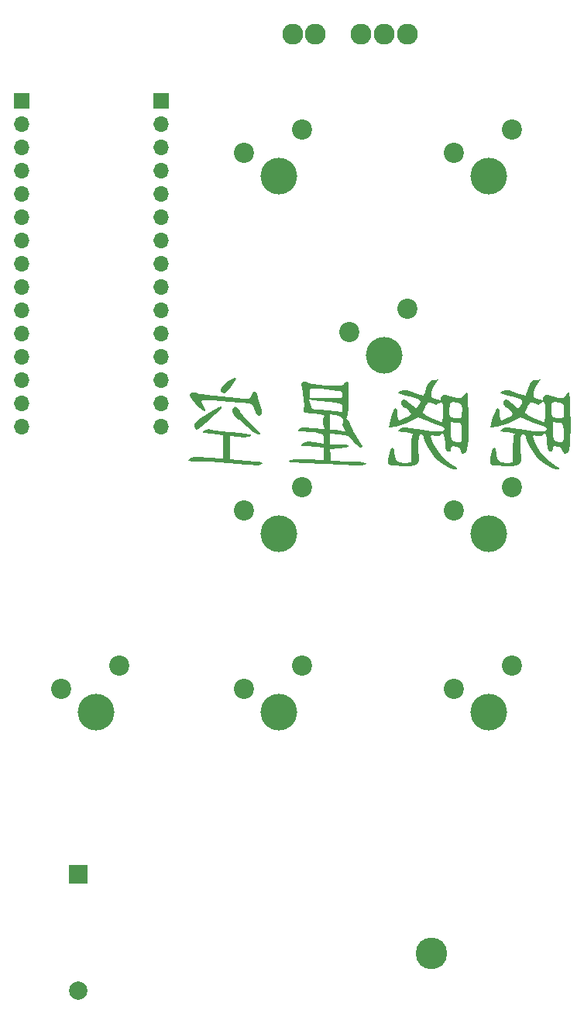
<source format=gbr>
%TF.GenerationSoftware,KiCad,Pcbnew,(6.0.9)*%
%TF.CreationDate,2023-01-10T14:41:22+08:00*%
%TF.ProjectId,keyboard-nano,6b657962-6f61-4726-942d-6e616e6f2e6b,rev?*%
%TF.SameCoordinates,Original*%
%TF.FileFunction,Soldermask,Bot*%
%TF.FilePolarity,Negative*%
%FSLAX46Y46*%
G04 Gerber Fmt 4.6, Leading zero omitted, Abs format (unit mm)*
G04 Created by KiCad (PCBNEW (6.0.9)) date 2023-01-10 14:41:22*
%MOMM*%
%LPD*%
G01*
G04 APERTURE LIST*
%ADD10C,4.000000*%
%ADD11C,2.200000*%
%ADD12C,2.286000*%
%ADD13C,3.450000*%
%ADD14R,2.000000X2.000000*%
%ADD15C,2.000000*%
%ADD16R,1.700000X1.700000*%
%ADD17O,1.700000X1.700000*%
G04 APERTURE END LIST*
%TO.C,G\u002A\u002A\u002A*%
G36*
X162183535Y-87332911D02*
G01*
X162108775Y-87802501D01*
X161992533Y-88086287D01*
X161827404Y-88225975D01*
X161605984Y-88263270D01*
X161473454Y-88207331D01*
X161369565Y-87940043D01*
X161298572Y-87724543D01*
X160983417Y-87513332D01*
X160910904Y-87494122D01*
X160531641Y-87421241D01*
X160372286Y-87498267D01*
X160339836Y-87760989D01*
X160285183Y-87996998D01*
X160039498Y-88059659D01*
X160012213Y-88053483D01*
X159840994Y-87925338D01*
X159741284Y-87605035D01*
X159687690Y-87017345D01*
X159659089Y-86652093D01*
X159561396Y-86178151D01*
X159411709Y-86032482D01*
X159213609Y-86221100D01*
X159000161Y-86325540D01*
X158584351Y-86307510D01*
X158255036Y-86259525D01*
X158133033Y-86353348D01*
X158185264Y-86676369D01*
X158429470Y-87289482D01*
X158927109Y-88049042D01*
X159581270Y-88774401D01*
X160312091Y-89364616D01*
X160696091Y-89624089D01*
X160974298Y-89844786D01*
X161008008Y-89951624D01*
X160826398Y-89979486D01*
X160674816Y-89960215D01*
X160175991Y-89773659D01*
X159577319Y-89440033D01*
X158984342Y-89022675D01*
X158502600Y-88584922D01*
X158426451Y-88497192D01*
X158113095Y-88064645D01*
X157797962Y-87544025D01*
X157530200Y-87028000D01*
X157358957Y-86609237D01*
X157333383Y-86380406D01*
X157342653Y-86297444D01*
X157165599Y-86142040D01*
X156957851Y-86172006D01*
X156804333Y-86497987D01*
X156746935Y-87115393D01*
X156790017Y-88002620D01*
X156826229Y-88455436D01*
X156817040Y-89014078D01*
X156675226Y-89362940D01*
X156348458Y-89546998D01*
X155784408Y-89611227D01*
X154930746Y-89600601D01*
X154381752Y-89585586D01*
X153846181Y-89555083D01*
X153555750Y-89461591D01*
X153453784Y-89246828D01*
X153483607Y-88852513D01*
X153588544Y-88220364D01*
X153601854Y-88144392D01*
X153753990Y-87699218D01*
X153939165Y-87568711D01*
X154095585Y-87750511D01*
X154161457Y-88242256D01*
X154171721Y-88484461D01*
X154323909Y-88981220D01*
X154689355Y-89228311D01*
X155307926Y-89261168D01*
X155963484Y-89207189D01*
X155963484Y-87705238D01*
X155965180Y-87474520D01*
X155993961Y-86807204D01*
X156052943Y-86358881D01*
X156135106Y-86191487D01*
X156228749Y-86151204D01*
X156082413Y-86072960D01*
X155773357Y-85983271D01*
X155391233Y-85907905D01*
X155025695Y-85872629D01*
X155024357Y-85872602D01*
X154645048Y-85849206D01*
X154555843Y-85769892D01*
X154703853Y-85587863D01*
X154852996Y-85469790D01*
X155056632Y-85408832D01*
X155383220Y-85408192D01*
X155904410Y-85467869D01*
X156691852Y-85587863D01*
X157181685Y-85663763D01*
X158180691Y-85798702D01*
X158891260Y-85856303D01*
X159346264Y-85836278D01*
X159361922Y-85829677D01*
X160339836Y-85829677D01*
X160346492Y-86280571D01*
X160392434Y-86664201D01*
X160508748Y-86858949D01*
X160725984Y-86953748D01*
X160908746Y-87000982D01*
X161270391Y-87052496D01*
X161458407Y-86940783D01*
X161521024Y-86606245D01*
X161506471Y-85989283D01*
X161495339Y-85760857D01*
X161456114Y-85271263D01*
X161373363Y-85013802D01*
X161202167Y-84905371D01*
X160897606Y-84862869D01*
X160339836Y-84809090D01*
X160339836Y-85829677D01*
X159361922Y-85829677D01*
X159578572Y-85738340D01*
X159621057Y-85562200D01*
X159529409Y-85383875D01*
X159222324Y-85202422D01*
X158934579Y-85123338D01*
X158420091Y-84947921D01*
X157818217Y-84720635D01*
X156755382Y-84300258D01*
X155886413Y-84740598D01*
X155556422Y-84892004D01*
X154865858Y-85141030D01*
X154259970Y-85284761D01*
X153502497Y-85388584D01*
X153767287Y-84337413D01*
X153945728Y-83763864D01*
X154149146Y-83375444D01*
X154328395Y-83273954D01*
X154456054Y-83472528D01*
X154504701Y-83984294D01*
X154505336Y-84121402D01*
X154534472Y-84486913D01*
X154645496Y-84607118D01*
X154890849Y-84560234D01*
X155213725Y-84429689D01*
X155668631Y-84182094D01*
X155882706Y-84028973D01*
X155955349Y-83856177D01*
X155884121Y-83759317D01*
X157250646Y-83759317D01*
X157357819Y-83877233D01*
X157701006Y-84100847D01*
X158198368Y-84366031D01*
X158644183Y-84575767D01*
X159080528Y-84759935D01*
X159313908Y-84830837D01*
X159396574Y-84685146D01*
X159458181Y-84283362D01*
X159481728Y-83715297D01*
X159481695Y-83680195D01*
X159473415Y-83439088D01*
X160168214Y-83439088D01*
X160172208Y-83715297D01*
X160174349Y-83863408D01*
X160234240Y-84161153D01*
X160412586Y-84290653D01*
X160774135Y-84349157D01*
X160848874Y-84357208D01*
X161253204Y-84374871D01*
X161460622Y-84339330D01*
X161479979Y-84298764D01*
X161523724Y-84001721D01*
X161541187Y-83536524D01*
X161540119Y-83378605D01*
X161498958Y-82991956D01*
X161344595Y-82805298D01*
X161004869Y-82707020D01*
X160542567Y-82627597D01*
X160281053Y-82671982D01*
X160183038Y-82919055D01*
X160168214Y-83439088D01*
X159473415Y-83439088D01*
X159459490Y-83033619D01*
X159384337Y-82693775D01*
X159238901Y-82627353D01*
X159005842Y-82801047D01*
X158985839Y-82820158D01*
X158736977Y-82914809D01*
X158348664Y-82794621D01*
X158020284Y-82663175D01*
X157863012Y-82636236D01*
X157861435Y-82638833D01*
X157751738Y-82815455D01*
X157541947Y-83151488D01*
X157535250Y-83162236D01*
X157334015Y-83526834D01*
X157250646Y-83759317D01*
X155884121Y-83759317D01*
X155774713Y-83610536D01*
X155538993Y-83400850D01*
X155168553Y-83193248D01*
X155069430Y-83145842D01*
X154878925Y-82877997D01*
X154877996Y-82551706D01*
X155082566Y-82327329D01*
X155159785Y-82321760D01*
X155469800Y-82458791D01*
X155841662Y-82761769D01*
X156163136Y-83064021D01*
X156470301Y-83250463D01*
X156685470Y-83177884D01*
X156878369Y-82852376D01*
X156903891Y-82794916D01*
X156969406Y-82568934D01*
X156903399Y-82400791D01*
X156654816Y-82258176D01*
X156172605Y-82108774D01*
X155405714Y-81920273D01*
X155046025Y-81830059D01*
X154656159Y-81715201D01*
X154504701Y-81644758D01*
X154576404Y-81567930D01*
X154843111Y-81400991D01*
X155125490Y-81325464D01*
X155557485Y-81374558D01*
X156210670Y-81566575D01*
X156706817Y-81730324D01*
X157129818Y-81862551D01*
X157324154Y-81913270D01*
X157356922Y-81883110D01*
X157476063Y-81623280D01*
X157621551Y-81183878D01*
X157702297Y-80924807D01*
X157909387Y-80473557D01*
X158179096Y-80257169D01*
X158585852Y-80199681D01*
X158977139Y-80197053D01*
X158645941Y-80669013D01*
X158388056Y-81125799D01*
X158207790Y-81615675D01*
X158175147Y-81794989D01*
X158232052Y-82078893D01*
X158545023Y-82259256D01*
X158934618Y-82386590D01*
X159223085Y-82411614D01*
X159236313Y-82275959D01*
X159227625Y-82154102D01*
X159396688Y-81912630D01*
X159522059Y-81831167D01*
X159800499Y-81811885D01*
X160235938Y-81978995D01*
X160326778Y-82021068D01*
X160960741Y-82227825D01*
X161420470Y-82178850D01*
X161758926Y-81870364D01*
X161963466Y-81631406D01*
X162116452Y-81577678D01*
X162145279Y-81731514D01*
X162176165Y-82179990D01*
X162202934Y-82865028D01*
X162218852Y-83536524D01*
X162223435Y-83729838D01*
X162235513Y-84717634D01*
X162238229Y-85669500D01*
X162224647Y-86606245D01*
X162224218Y-86635812D01*
X162183535Y-87332911D01*
G37*
G36*
X173338941Y-87332911D02*
G01*
X173264181Y-87802501D01*
X173147939Y-88086287D01*
X172982810Y-88225975D01*
X172761389Y-88263270D01*
X172628859Y-88207331D01*
X172524971Y-87940043D01*
X172453978Y-87724543D01*
X172138822Y-87513332D01*
X172066310Y-87494122D01*
X171687047Y-87421241D01*
X171527692Y-87498267D01*
X171495241Y-87760989D01*
X171440589Y-87996998D01*
X171194903Y-88059659D01*
X171167618Y-88053483D01*
X170996399Y-87925338D01*
X170896689Y-87605035D01*
X170843095Y-87017345D01*
X170814494Y-86652093D01*
X170716802Y-86178151D01*
X170567115Y-86032482D01*
X170369015Y-86221100D01*
X170155566Y-86325540D01*
X169739756Y-86307510D01*
X169410442Y-86259525D01*
X169288438Y-86353348D01*
X169340670Y-86676369D01*
X169584876Y-87289482D01*
X170082514Y-88049042D01*
X170736675Y-88774401D01*
X171467497Y-89364616D01*
X171851496Y-89624089D01*
X172129703Y-89844786D01*
X172163414Y-89951624D01*
X171981804Y-89979486D01*
X171830222Y-89960215D01*
X171331396Y-89773659D01*
X170732725Y-89440033D01*
X170139747Y-89022675D01*
X169658006Y-88584922D01*
X169581856Y-88497192D01*
X169268500Y-88064645D01*
X168953367Y-87544025D01*
X168685605Y-87028000D01*
X168514363Y-86609237D01*
X168488789Y-86380406D01*
X168498058Y-86297444D01*
X168321005Y-86142040D01*
X168113256Y-86172006D01*
X167959739Y-86497987D01*
X167902341Y-87115393D01*
X167945423Y-88002620D01*
X167981635Y-88455436D01*
X167972446Y-89014078D01*
X167830632Y-89362940D01*
X167503864Y-89546998D01*
X166939813Y-89611227D01*
X166086151Y-89600601D01*
X165537157Y-89585586D01*
X165001586Y-89555083D01*
X164711156Y-89461591D01*
X164609190Y-89246828D01*
X164639013Y-88852513D01*
X164743949Y-88220364D01*
X164757259Y-88144392D01*
X164909396Y-87699218D01*
X165094571Y-87568711D01*
X165250991Y-87750511D01*
X165316863Y-88242256D01*
X165327126Y-88484461D01*
X165479315Y-88981220D01*
X165844760Y-89228311D01*
X166463332Y-89261168D01*
X167118890Y-89207189D01*
X167118890Y-87705238D01*
X167120585Y-87474520D01*
X167149366Y-86807204D01*
X167208349Y-86358881D01*
X167290511Y-86191487D01*
X167384155Y-86151204D01*
X167237819Y-86072960D01*
X166928762Y-85983271D01*
X166546638Y-85907905D01*
X166181100Y-85872629D01*
X166179763Y-85872602D01*
X165800453Y-85849206D01*
X165711249Y-85769892D01*
X165859258Y-85587863D01*
X166008401Y-85469790D01*
X166212038Y-85408832D01*
X166538626Y-85408192D01*
X167059816Y-85467869D01*
X167847257Y-85587863D01*
X168337090Y-85663763D01*
X169336096Y-85798702D01*
X170046666Y-85856303D01*
X170501669Y-85836278D01*
X170517327Y-85829677D01*
X171495241Y-85829677D01*
X171501898Y-86280571D01*
X171547839Y-86664201D01*
X171664153Y-86858949D01*
X171881390Y-86953748D01*
X172064151Y-87000982D01*
X172425796Y-87052496D01*
X172613812Y-86940783D01*
X172676429Y-86606245D01*
X172661876Y-85989283D01*
X172650744Y-85760857D01*
X172611519Y-85271263D01*
X172528768Y-85013802D01*
X172357572Y-84905371D01*
X172053011Y-84862869D01*
X171495241Y-84809090D01*
X171495241Y-85829677D01*
X170517327Y-85829677D01*
X170733978Y-85738340D01*
X170776462Y-85562200D01*
X170684814Y-85383875D01*
X170377730Y-85202422D01*
X170089985Y-85123338D01*
X169575497Y-84947921D01*
X168973622Y-84720635D01*
X167910787Y-84300258D01*
X167041818Y-84740598D01*
X166711828Y-84892004D01*
X166021264Y-85141030D01*
X165415376Y-85284761D01*
X164657902Y-85388584D01*
X164922693Y-84337413D01*
X165101133Y-83763864D01*
X165304551Y-83375444D01*
X165483801Y-83273954D01*
X165611459Y-83472528D01*
X165660106Y-83984294D01*
X165660741Y-84121402D01*
X165689878Y-84486913D01*
X165800901Y-84607118D01*
X166046255Y-84560234D01*
X166369130Y-84429689D01*
X166824036Y-84182094D01*
X167038111Y-84028973D01*
X167110754Y-83856177D01*
X167039526Y-83759317D01*
X168406052Y-83759317D01*
X168513225Y-83877233D01*
X168856412Y-84100847D01*
X169353773Y-84366031D01*
X169799588Y-84575767D01*
X170235933Y-84759935D01*
X170469313Y-84830837D01*
X170551979Y-84685146D01*
X170613587Y-84283362D01*
X170637133Y-83715297D01*
X170637101Y-83680195D01*
X170628820Y-83439088D01*
X171323619Y-83439088D01*
X171327613Y-83715297D01*
X171329755Y-83863408D01*
X171389646Y-84161153D01*
X171567992Y-84290653D01*
X171929541Y-84349157D01*
X172004279Y-84357208D01*
X172408609Y-84374871D01*
X172616027Y-84339330D01*
X172635384Y-84298764D01*
X172679129Y-84001721D01*
X172696592Y-83536524D01*
X172695525Y-83378605D01*
X172654363Y-82991956D01*
X172500000Y-82805298D01*
X172160275Y-82707020D01*
X171697973Y-82627597D01*
X171436458Y-82671982D01*
X171338444Y-82919055D01*
X171323619Y-83439088D01*
X170628820Y-83439088D01*
X170614895Y-83033619D01*
X170539743Y-82693775D01*
X170394306Y-82627353D01*
X170161248Y-82801047D01*
X170141245Y-82820158D01*
X169892382Y-82914809D01*
X169504070Y-82794621D01*
X169175689Y-82663175D01*
X169018417Y-82636236D01*
X169016841Y-82638833D01*
X168907144Y-82815455D01*
X168697352Y-83151488D01*
X168690656Y-83162236D01*
X168489421Y-83526834D01*
X168406052Y-83759317D01*
X167039526Y-83759317D01*
X166930118Y-83610536D01*
X166694398Y-83400850D01*
X166323958Y-83193248D01*
X166224836Y-83145842D01*
X166034331Y-82877997D01*
X166033401Y-82551706D01*
X166237971Y-82327329D01*
X166315190Y-82321760D01*
X166625206Y-82458791D01*
X166997067Y-82761769D01*
X167318542Y-83064021D01*
X167625707Y-83250463D01*
X167840875Y-83177884D01*
X168033774Y-82852376D01*
X168059296Y-82794916D01*
X168124812Y-82568934D01*
X168058804Y-82400791D01*
X167810221Y-82258176D01*
X167328010Y-82108774D01*
X166561119Y-81920273D01*
X166201431Y-81830059D01*
X165811564Y-81715201D01*
X165660106Y-81644758D01*
X165731809Y-81567930D01*
X165998516Y-81400991D01*
X166280896Y-81325464D01*
X166712891Y-81374558D01*
X167366075Y-81566575D01*
X167862222Y-81730324D01*
X168285223Y-81862551D01*
X168479560Y-81913270D01*
X168512327Y-81883110D01*
X168631469Y-81623280D01*
X168776956Y-81183878D01*
X168857703Y-80924807D01*
X169064793Y-80473557D01*
X169334502Y-80257169D01*
X169741257Y-80199681D01*
X170132544Y-80197053D01*
X169801346Y-80669013D01*
X169543461Y-81125799D01*
X169363196Y-81615675D01*
X169330552Y-81794989D01*
X169387458Y-82078893D01*
X169700428Y-82259256D01*
X170090023Y-82386590D01*
X170378490Y-82411614D01*
X170391719Y-82275959D01*
X170383031Y-82154102D01*
X170552093Y-81912630D01*
X170677465Y-81831167D01*
X170955905Y-81811885D01*
X171391343Y-81978995D01*
X171482183Y-82021068D01*
X172116147Y-82227825D01*
X172575876Y-82178850D01*
X172914332Y-81870364D01*
X173118871Y-81631406D01*
X173271858Y-81577678D01*
X173300685Y-81731514D01*
X173331570Y-82179990D01*
X173358340Y-82865028D01*
X173374258Y-83536524D01*
X173378840Y-83729838D01*
X173390919Y-84717634D01*
X173393634Y-85669500D01*
X173380053Y-86606245D01*
X173379624Y-86635812D01*
X173338941Y-87332911D01*
G37*
G36*
X148964325Y-84273067D02*
G01*
X148892643Y-84395075D01*
X148978158Y-84487594D01*
X149133441Y-84626408D01*
X149264215Y-84975023D01*
X149360929Y-85256489D01*
X149616393Y-85781517D01*
X149623394Y-85793261D01*
X149950197Y-86341503D01*
X150218386Y-86749873D01*
X150490883Y-87167615D01*
X150639202Y-87398669D01*
X150646241Y-87500076D01*
X150438816Y-87572726D01*
X150316780Y-87537769D01*
X149986327Y-87295846D01*
X149634089Y-86900359D01*
X149365403Y-86560907D01*
X149084934Y-86333176D01*
X148716346Y-86225081D01*
X148132087Y-86175024D01*
X147124345Y-86117999D01*
X147124658Y-86675770D01*
X147124971Y-87233540D01*
X148169002Y-87233540D01*
X148286030Y-87234540D01*
X148884404Y-87286078D01*
X149158378Y-87392344D01*
X149113403Y-87520824D01*
X148754928Y-87639000D01*
X148088404Y-87714357D01*
X147105307Y-87766121D01*
X147158044Y-88400844D01*
X147210782Y-89035567D01*
X149270241Y-89121378D01*
X149365142Y-89125369D01*
X150198676Y-89166170D01*
X150735282Y-89208959D01*
X151017252Y-89261187D01*
X151086879Y-89330307D01*
X150986457Y-89423769D01*
X150966026Y-89435958D01*
X150527913Y-89558327D01*
X149956728Y-89558865D01*
X149929255Y-89555802D01*
X149512136Y-89524034D01*
X148824729Y-89485637D01*
X147932388Y-89443706D01*
X146900466Y-89401339D01*
X145794318Y-89361631D01*
X145061977Y-89336296D01*
X144065295Y-89295956D01*
X143353459Y-89255729D01*
X142889705Y-89211612D01*
X142637272Y-89159601D01*
X142559397Y-89095692D01*
X142619318Y-89015884D01*
X142819870Y-88919579D01*
X143200760Y-88860230D01*
X143800309Y-88852611D01*
X144679363Y-88893097D01*
X146438484Y-89000310D01*
X146438484Y-87623438D01*
X145642234Y-87514300D01*
X145450151Y-87489819D01*
X144825264Y-87429362D01*
X144318295Y-87405162D01*
X144021500Y-87394610D01*
X143909748Y-87324507D01*
X144050360Y-87145409D01*
X144110380Y-87091739D01*
X144354227Y-86981405D01*
X144744107Y-86963934D01*
X145374298Y-87031194D01*
X146438484Y-87176730D01*
X146438484Y-86627787D01*
X146433052Y-86415653D01*
X146359380Y-86176227D01*
X146126088Y-86052632D01*
X145642234Y-85969705D01*
X145478674Y-85948991D01*
X144784650Y-85885950D01*
X144162436Y-85860567D01*
X144131157Y-85860533D01*
X143726273Y-85841710D01*
X143601233Y-85765440D01*
X143644863Y-85688945D01*
X147124971Y-85688945D01*
X147711610Y-85688945D01*
X147720144Y-85688958D01*
X148222438Y-85724908D01*
X148612158Y-85809403D01*
X148802659Y-85869946D01*
X148823784Y-85793261D01*
X148643833Y-85499119D01*
X148489622Y-85185230D01*
X148513375Y-84797167D01*
X148545794Y-84491113D01*
X148261841Y-84228170D01*
X147666384Y-84038106D01*
X147124971Y-83929824D01*
X147124971Y-85688945D01*
X143644863Y-85688945D01*
X143696593Y-85598249D01*
X143810329Y-85498196D01*
X144068113Y-85416251D01*
X144505854Y-85403652D01*
X145203061Y-85452717D01*
X146491825Y-85569501D01*
X146378721Y-85003978D01*
X146378485Y-85002798D01*
X146350228Y-84538203D01*
X146446083Y-84221005D01*
X146482902Y-84134245D01*
X146361685Y-84036177D01*
X145992264Y-83956822D01*
X145327195Y-83881796D01*
X144986762Y-83847022D01*
X144448769Y-83766428D01*
X144197941Y-83673821D01*
X144195438Y-83558092D01*
X144245039Y-83450781D01*
X144274692Y-82992258D01*
X144212297Y-82395965D01*
X144848605Y-82395965D01*
X144971008Y-82883657D01*
X145064905Y-83232045D01*
X145122367Y-83397024D01*
X145194544Y-83408811D01*
X145542459Y-83443352D01*
X146110825Y-83491444D01*
X146824633Y-83546501D01*
X148497944Y-83670304D01*
X148497944Y-83235926D01*
X148496970Y-83168677D01*
X148465693Y-82990210D01*
X148351550Y-82859403D01*
X148102709Y-82760936D01*
X147667340Y-82679488D01*
X146993612Y-82599740D01*
X146029693Y-82506372D01*
X144848605Y-82395965D01*
X144212297Y-82395965D01*
X144196873Y-82248560D01*
X144113664Y-81691035D01*
X144105200Y-81629263D01*
X144894955Y-81629263D01*
X144896020Y-82170702D01*
X146696982Y-82208560D01*
X147210295Y-82218820D01*
X147836922Y-82222806D01*
X148217848Y-82199172D01*
X148414225Y-82135270D01*
X148487206Y-82018453D01*
X148497944Y-81836071D01*
X148497418Y-81788346D01*
X148458069Y-81586122D01*
X148302211Y-81463324D01*
X147954476Y-81386530D01*
X147339498Y-81322315D01*
X146749145Y-81268746D01*
X146055679Y-81203909D01*
X145537471Y-81153364D01*
X145403297Y-81140259D01*
X145053161Y-81139981D01*
X144917259Y-81278136D01*
X144894955Y-81629263D01*
X144105200Y-81629263D01*
X144031175Y-81089008D01*
X144003247Y-80721967D01*
X144032462Y-80526964D01*
X144121402Y-80441048D01*
X144272649Y-80401270D01*
X144466850Y-80393543D01*
X144703016Y-80509146D01*
X144838500Y-80572535D01*
X145259692Y-80659046D01*
X145889005Y-80740934D01*
X146650813Y-80806650D01*
X147422300Y-80853445D01*
X147987136Y-80869277D01*
X148329932Y-80843885D01*
X148512989Y-80772234D01*
X148598605Y-80649293D01*
X148686446Y-80508153D01*
X148952844Y-80368675D01*
X149015873Y-80383347D01*
X149104326Y-80515085D01*
X149154461Y-80828197D01*
X149172446Y-81376449D01*
X149168053Y-81836071D01*
X149164445Y-82213608D01*
X149144685Y-82812172D01*
X149098076Y-83506779D01*
X149078114Y-83670304D01*
X149035320Y-84020864D01*
X148964325Y-84273067D01*
G37*
G36*
X136953582Y-83222768D02*
G01*
X137241147Y-83599356D01*
X137302120Y-83699974D01*
X137615420Y-84098656D01*
X138081782Y-84608409D01*
X138624806Y-85143951D01*
X138893371Y-85399458D01*
X139332065Y-85854511D01*
X139511659Y-86118533D01*
X139441619Y-86203810D01*
X139196577Y-86150918D01*
X138703694Y-85878057D01*
X138033942Y-85361523D01*
X137169321Y-84588520D01*
X137099259Y-84522537D01*
X136638116Y-84045264D01*
X136418107Y-83703882D01*
X136402950Y-83444220D01*
X136441847Y-83344344D01*
X136666509Y-83133943D01*
X136953582Y-83222768D01*
G37*
G36*
X136827674Y-80106225D02*
G01*
X136778709Y-80208870D01*
X136578295Y-80527511D01*
X136275910Y-80969811D01*
X135912096Y-81410890D01*
X135552039Y-81666046D01*
X135288781Y-81635842D01*
X135153385Y-81310841D01*
X135150696Y-81275627D01*
X135302741Y-80916546D01*
X135781481Y-80497391D01*
X135861237Y-80442180D01*
X136366456Y-80138425D01*
X136704446Y-80020515D01*
X136827674Y-80106225D01*
G37*
G36*
X139101439Y-81694257D02*
G01*
X139244219Y-82133121D01*
X139253020Y-82184454D01*
X139391931Y-82739614D01*
X139570273Y-83194179D01*
X139689484Y-83530887D01*
X139687621Y-83875341D01*
X139579024Y-84061130D01*
X139340240Y-84138552D01*
X139085543Y-83935194D01*
X138873322Y-83479444D01*
X138838251Y-83363462D01*
X138715202Y-83044984D01*
X138534685Y-82869045D01*
X138201932Y-82777543D01*
X137622176Y-82712377D01*
X137224278Y-82674914D01*
X136178339Y-82587167D01*
X135199368Y-82519283D01*
X134342306Y-82473839D01*
X133662096Y-82453415D01*
X133213679Y-82460587D01*
X133051998Y-82497934D01*
X133052441Y-82505720D01*
X133134045Y-82742814D01*
X133313838Y-83123144D01*
X133447232Y-83433009D01*
X133437151Y-83620244D01*
X133238361Y-83566879D01*
X132873791Y-83281403D01*
X132366369Y-82772306D01*
X132033852Y-82390959D01*
X131752753Y-81969489D01*
X131746745Y-81742577D01*
X132020250Y-81607074D01*
X132455299Y-81585597D01*
X132803146Y-81722492D01*
X132831527Y-81736931D01*
X133126075Y-81800058D01*
X133670320Y-81878069D01*
X134392336Y-81963781D01*
X135220198Y-82050013D01*
X136081977Y-82129585D01*
X136905749Y-82195313D01*
X137619586Y-82240016D01*
X138151562Y-82256513D01*
X138408725Y-82189726D01*
X138574859Y-81870364D01*
X138697380Y-81543471D01*
X138896371Y-81488761D01*
X139101439Y-81694257D01*
G37*
G36*
X135245998Y-83139148D02*
G01*
X135237748Y-83266533D01*
X135027453Y-83526428D01*
X134592458Y-83945303D01*
X133910106Y-84549625D01*
X133546875Y-84861407D01*
X133046207Y-85278713D01*
X132681154Y-85567176D01*
X132512589Y-85677660D01*
X132360412Y-85555618D01*
X132267942Y-85259291D01*
X132290725Y-84959553D01*
X132447075Y-84796637D01*
X132826337Y-84506006D01*
X133343622Y-84148031D01*
X133916203Y-83776309D01*
X134461352Y-83444435D01*
X134896341Y-83206007D01*
X135138441Y-83114621D01*
X135245998Y-83139148D01*
G37*
G36*
X134099615Y-85644042D02*
G01*
X134602521Y-85713718D01*
X135298018Y-85794756D01*
X136108694Y-85877481D01*
X136339757Y-85899613D01*
X137273182Y-85993205D01*
X137913848Y-86069621D01*
X138302681Y-86138130D01*
X138480608Y-86207996D01*
X138488559Y-86288485D01*
X138367458Y-86388865D01*
X138185251Y-86446850D01*
X137719559Y-86480308D01*
X137128011Y-86448592D01*
X136141187Y-86341730D01*
X136141187Y-88905597D01*
X138040984Y-89028728D01*
X138132329Y-89034681D01*
X138923767Y-89091880D01*
X139422875Y-89145559D01*
X139675880Y-89206263D01*
X139729007Y-89284541D01*
X139628484Y-89390939D01*
X139341896Y-89521386D01*
X138887133Y-89548081D01*
X138518541Y-89496818D01*
X137853380Y-89430219D01*
X136997023Y-89358863D01*
X136029398Y-89288211D01*
X135030437Y-89223719D01*
X134080069Y-89170847D01*
X133258225Y-89135053D01*
X132644835Y-89121794D01*
X132575806Y-89121726D01*
X131991384Y-89111976D01*
X131687387Y-89074308D01*
X131606366Y-88992335D01*
X131690872Y-88849670D01*
X131773889Y-88769681D01*
X131976204Y-88680757D01*
X132317200Y-88642673D01*
X132864453Y-88650310D01*
X133685535Y-88698549D01*
X135454701Y-88819135D01*
X135454701Y-86238646D01*
X134219934Y-86114644D01*
X134038631Y-86096139D01*
X133488490Y-86029484D01*
X133217964Y-85963135D01*
X133176613Y-85876803D01*
X133313996Y-85750195D01*
X133565940Y-85620836D01*
X133872689Y-85597957D01*
X134099615Y-85644042D01*
G37*
%TD*%
D10*
%TO.C,CB6*%
X164500000Y-58000000D03*
D11*
X167040000Y-52920000D03*
X160690000Y-55460000D03*
%TD*%
D10*
%TO.C,CB4*%
X164500000Y-97000000D03*
D11*
X167040000Y-91920000D03*
X160690000Y-94460000D03*
%TD*%
D10*
%TO.C,CB3*%
X141500000Y-96970000D03*
D11*
X144040000Y-91890000D03*
X137690000Y-94430000D03*
%TD*%
D12*
%TO.C,D2*%
X145500000Y-42500000D03*
X143000000Y-42500000D03*
%TD*%
%TO.C,D3*%
X153000000Y-42500000D03*
X155540000Y-42500000D03*
X150460000Y-42500000D03*
%TD*%
D10*
%TO.C,CB2*%
X164500000Y-116500000D03*
D11*
X167040000Y-111420000D03*
X160690000Y-113960000D03*
%TD*%
D10*
%TO.C,CB5*%
X141500000Y-58000000D03*
D11*
X144040000Y-52920000D03*
X137690000Y-55460000D03*
%TD*%
D13*
%TO.C,BT1*%
X158210000Y-142850000D03*
D14*
X119600000Y-134150000D03*
D15*
X119600000Y-146850000D03*
%TD*%
D10*
%TO.C,CB1*%
X141500000Y-116500000D03*
D11*
X144040000Y-111420000D03*
X137690000Y-113960000D03*
%TD*%
D16*
%TO.C,J1*%
X113405000Y-49750000D03*
D17*
X113405000Y-52290000D03*
X113405000Y-54830000D03*
X113405000Y-57370000D03*
X113405000Y-59910000D03*
X113405000Y-62450000D03*
X113405000Y-64990000D03*
X113405000Y-67530000D03*
X113405000Y-70070000D03*
X113405000Y-72610000D03*
X113405000Y-75150000D03*
X113405000Y-77690000D03*
X113405000Y-80230000D03*
X113405000Y-82770000D03*
X113405000Y-85310000D03*
D16*
X128645000Y-49750000D03*
D17*
X128645000Y-52290000D03*
X128645000Y-54830000D03*
X128645000Y-57370000D03*
X128645000Y-59910000D03*
X128645000Y-62450000D03*
X128645000Y-64990000D03*
X128645000Y-67530000D03*
X128645000Y-70070000D03*
X128645000Y-72610000D03*
X128645000Y-75150000D03*
X128645000Y-77690000D03*
X128645000Y-80230000D03*
X128645000Y-82770000D03*
X128645000Y-85310000D03*
%TD*%
D10*
%TO.C,CB7*%
X153000000Y-77500000D03*
D11*
X155540000Y-72420000D03*
X149190000Y-74960000D03*
%TD*%
D10*
%TO.C,CB8*%
X121500000Y-116500000D03*
D11*
X124040000Y-111420000D03*
X117690000Y-113960000D03*
%TD*%
M02*

</source>
